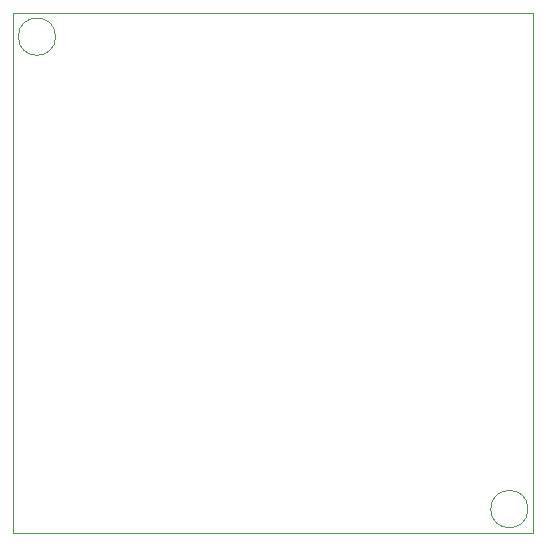
<source format=gbr>
%TF.GenerationSoftware,KiCad,Pcbnew,8.0.4*%
%TF.CreationDate,2024-08-16T22:28:16+02:00*%
%TF.ProjectId,breakout_dac,62726561-6b6f-4757-945f-6461632e6b69,1.1*%
%TF.SameCoordinates,Original*%
%TF.FileFunction,Profile,NP*%
%FSLAX46Y46*%
G04 Gerber Fmt 4.6, Leading zero omitted, Abs format (unit mm)*
G04 Created by KiCad (PCBNEW 8.0.4) date 2024-08-16 22:28:16*
%MOMM*%
%LPD*%
G01*
G04 APERTURE LIST*
%TA.AperFunction,Profile*%
%ADD10C,0.050000*%
%TD*%
G04 APERTURE END LIST*
D10*
X57500000Y-87000000D02*
X101500000Y-87000000D01*
X101500000Y-131000000D01*
X57500000Y-131000000D01*
X57500000Y-87000000D01*
X61081139Y-89000000D02*
G75*
G02*
X57918861Y-89000000I-1581139J0D01*
G01*
X57918861Y-89000000D02*
G75*
G02*
X61081139Y-89000000I1581139J0D01*
G01*
X101081139Y-129000000D02*
G75*
G02*
X97918861Y-129000000I-1581139J0D01*
G01*
X97918861Y-129000000D02*
G75*
G02*
X101081139Y-129000000I1581139J0D01*
G01*
M02*

</source>
